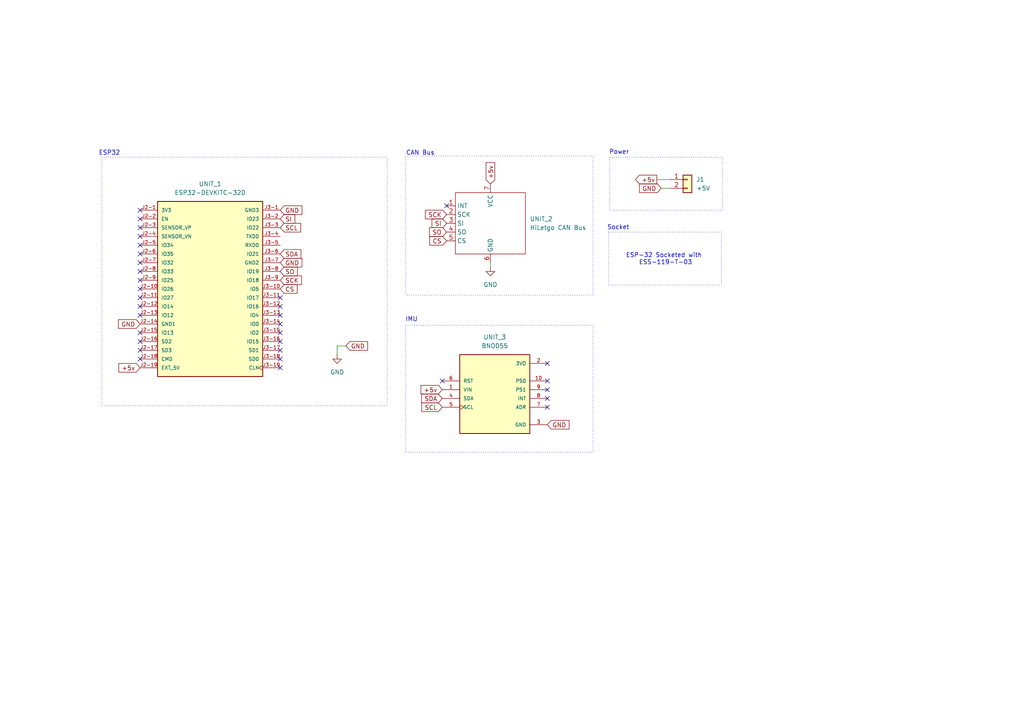
<source format=kicad_sch>
(kicad_sch (version 20231120) (generator "eeschema") (generator_version "8.0")
  (paper "A4")
  (title_block (title "ESP 32 IMU") (date "2025-01-07") (rev "2") (company "University of Arizona Baja SAE") (comment 1 "Connor Larson"))
  (lib_symbols
    (symbol "BAJA SAE:2472" (pin_names (offset 1.016))
      (property "Reference" "UNIT_" (at -10.16 13.208 0))
      (property "Value" "BNO055" (at -10.16 -12.7 0))
      (symbol "2472_0_0"
        (rectangle (start -10.16 12.7) (end 10.16 -10.16) (stroke (width 0.254)) (fill (type background)))
        (pin input line (at -15.24 2.54 0) (length 5.08) (name "VIN") (number "1"))
        (pin bidirectional line (at 15.24 5.08 180) (length 5.08) (name "PS0") (number "10"))
        (pin power_in line (at 15.24 10.16 180) (length 5.08) (name "3VO") (number "2"))
        (pin power_in line (at 15.24 -7.62 180) (length 5.08) (name "GND") (number "3"))
        (pin bidirectional line (at -15.24 0 0) (length 5.08) (name "SDA") (number "4"))
        (pin input clock (at -15.24 -2.54 0) (length 5.08) (name "SCL") (number "5"))
        (pin input line (at -15.24 5.08 0) (length 5.08) (name "RST") (number "6"))
        (pin passive line (at 15.24 -2.54 180) (length 5.08) (name "ADR") (number "7"))
        (pin output line (at 15.24 0 180) (length 5.08) (name "INT") (number "8"))
        (pin bidirectional line (at 15.24 2.54 180) (length 5.08) (name "PS1") (number "9"))
      )
    )
    (symbol "BAJA SAE:ESP32-DEVKITC-32D" (pin_names (offset 1.016))
      (property "Reference" "UNIT_" (at -15.2572 26.0643 0))
      (property "Value" "ESP32-DEVKITC-32D" (at -15.2563 -27.9698 0))
      (symbol "ESP32-DEVKITC-32D_0_0"
        (rectangle (start -15.24 25.4) (end 15.24 -25.4) (stroke (width 0.254)) (fill (type background)))
        (pin power_in line (at -20.32 22.86 0) (length 5.08) (name "3V3") (number "J2-1"))
        (pin bidirectional line (at -20.32 0 0) (length 5.08) (name "IO26") (number "J2-10"))
        (pin bidirectional line (at -20.32 -2.54 0) (length 5.08) (name "IO27") (number "J2-11"))
        (pin bidirectional line (at -20.32 -5.08 0) (length 5.08) (name "IO14") (number "J2-12"))
        (pin bidirectional line (at -20.32 -7.62 0) (length 5.08) (name "IO12") (number "J2-13"))
        (pin power_in line (at -20.32 -10.16 0) (length 5.08) (name "GND1") (number "J2-14"))
        (pin bidirectional line (at -20.32 -12.7 0) (length 5.08) (name "IO13") (number "J2-15"))
        (pin bidirectional line (at -20.32 -15.24 0) (length 5.08) (name "SD2") (number "J2-16"))
        (pin bidirectional line (at -20.32 -17.78 0) (length 5.08) (name "SD3") (number "J2-17"))
        (pin bidirectional line (at -20.32 -20.32 0) (length 5.08) (name "CMD") (number "J2-18"))
        (pin power_in line (at -20.32 -22.86 0) (length 5.08) (name "EXT_5V") (number "J2-19"))
        (pin input line (at -20.32 20.32 0) (length 5.08) (name "EN") (number "J2-2"))
        (pin input line (at -20.32 17.78 0) (length 5.08) (name "SENSOR_VP") (number "J2-3"))
        (pin input line (at -20.32 15.24 0) (length 5.08) (name "SENSOR_VN") (number "J2-4"))
        (pin bidirectional line (at -20.32 12.7 0) (length 5.08) (name "IO34") (number "J2-5"))
        (pin bidirectional line (at -20.32 10.16 0) (length 5.08) (name "IO35") (number "J2-6"))
        (pin bidirectional line (at -20.32 7.62 0) (length 5.08) (name "IO32") (number "J2-7"))
        (pin bidirectional line (at -20.32 5.08 0) (length 5.08) (name "IO33") (number "J2-8"))
        (pin bidirectional line (at -20.32 2.54 0) (length 5.08) (name "IO25") (number "J2-9"))
        (pin power_in line (at 20.32 22.86 180) (length 5.08) (name "GND3") (number "J3-1"))
        (pin bidirectional line (at 20.32 0 180) (length 5.08) (name "IO5") (number "J3-10"))
        (pin bidirectional line (at 20.32 -2.54 180) (length 5.08) (name "IO17") (number "J3-11"))
        (pin bidirectional line (at 20.32 -5.08 180) (length 5.08) (name "IO16") (number "J3-12"))
        (pin bidirectional line (at 20.32 -7.62 180) (length 5.08) (name "IO4") (number "J3-13"))
        (pin bidirectional line (at 20.32 -10.16 180) (length 5.08) (name "IO0") (number "J3-14"))
        (pin bidirectional line (at 20.32 -12.7 180) (length 5.08) (name "IO2") (number "J3-15"))
        (pin bidirectional line (at 20.32 -15.24 180) (length 5.08) (name "IO15") (number "J3-16"))
        (pin bidirectional line (at 20.32 -17.78 180) (length 5.08) (name "SD1") (number "J3-17"))
        (pin bidirectional line (at 20.32 -20.32 180) (length 5.08) (name "SD0") (number "J3-18"))
        (pin input clock (at 20.32 -22.86 180) (length 5.08) (name "CLK") (number "J3-19"))
        (pin bidirectional line (at 20.32 20.32 180) (length 5.08) (name "IO23") (number "J3-2"))
        (pin bidirectional line (at 20.32 17.78 180) (length 5.08) (name "IO22") (number "J3-3"))
        (pin output line (at 20.32 15.24 180) (length 5.08) (name "TXD0") (number "J3-4"))
        (pin input line (at 20.32 12.7 180) (length 5.08) (name "RXD0") (number "J3-5"))
        (pin bidirectional line (at 20.32 10.16 180) (length 5.08) (name "IO21") (number "J3-6"))
        (pin power_in line (at 20.32 7.62 180) (length 5.08) (name "GND2") (number "J3-7"))
        (pin bidirectional line (at 20.32 5.08 180) (length 5.08) (name "IO19") (number "J3-8"))
        (pin bidirectional line (at 20.32 2.54 180) (length 5.08) (name "IO18") (number "J3-9"))
      )
    )
    (symbol "BAJA SAE:HiLetgo_CAN_BUS"
      (property "Reference" "UNIT_" (at 0 -4.064 0))
      (property "Value" "HiLetgo CAN Bus" (at 1.016 -1.524 0))
      (symbol "HiLetgo_CAN_BUS_0_1"
        (rectangle (start -10.16 7.62) (end 10.16 -10.16))
      )
      (symbol "HiLetgo_CAN_BUS_1_1"
        (pin input line (at -12.7 3.81 0) (length 2.54) (name "INT") (number "1"))
        (pin input line (at -12.7 1.27 0) (length 2.54) (name "SCK") (number "2"))
        (pin input line (at -12.7 -1.27 0) (length 2.54) (name "SI") (number "3"))
        (pin input line (at -12.7 -3.81 0) (length 2.54) (name "SO") (number "4"))
        (pin input line (at -12.7 -6.35 0) (length 2.54) (name "CS") (number "5"))
        (pin input line (at 0 -12.7 90) (length 2.54) (name "GND") (number "6"))
        (pin input line (at 0 10.16 270) (length 2.54) (name "VCC") (number "7"))
      )
    )
    (symbol "Connector_Generic:Conn_01x02" (pin_names (offset 1.016) hide)
      (property "Reference" "J" (at 0 2.54 0))
      (property "Value" "Conn_01x02" (at 0 -5.08 0))
      (symbol "Conn_01x02_1_1"
        (rectangle (start -1.27 -2.413) (end 0 -2.667) (stroke (width 0.1524)))
        (rectangle (start -1.27 0.127) (end 0 -0.127) (stroke (width 0.1524)))
        (rectangle (start -1.27 1.27) (end 1.27 -3.81) (stroke (width 0.254)) (fill (type background)))
        (pin passive line (at -5.08 0 0) (length 3.81) (name "Pin_1") (number "1"))
        (pin passive line (at -5.08 -2.54 0) (length 3.81) (name "Pin_2") (number "2"))
      )
    )
    (symbol "power:GND" (power) (pin_numbers hide) (pin_names (offset 0) hide)
      (property "Value" "GND" (at 0 -3.81 0))
      (symbol "GND_0_1"
        (polyline (pts (xy 0 0) (xy 0 -1.27) (xy 1.27 -1.27) (xy 0 -2.54) (xy -1.27 -1.27) (xy 0 -1.27)))
      )
      (symbol "GND_1_1"
        (pin power_in line (at 0 0 270) (length 0) (name "~") (number "1"))
      )
    )
  )
  (no_connect (at 40.64 104.14))
  (no_connect (at 128.27 110.49))
  (no_connect (at 40.64 66.04))
  (no_connect (at 40.64 101.6))
  (no_connect (at 81.28 96.52))
  (no_connect (at 40.64 96.52))
  (no_connect (at 158.75 105.41))
  (no_connect (at 129.54 59.69))
  (no_connect (at 158.75 118.11))
  (no_connect (at 40.64 81.28))
  (no_connect (at 81.28 99.06))
  (no_connect (at 158.75 113.03))
  (no_connect (at 81.28 93.98))
  (no_connect (at 40.64 91.44))
  (no_connect (at 40.64 63.5))
  (no_connect (at 40.64 73.66))
  (no_connect (at 40.64 76.2))
  (no_connect (at 40.64 78.74))
  (no_connect (at 81.28 101.6))
  (no_connect (at 40.64 71.12))
  (no_connect (at 81.28 104.14))
  (no_connect (at 40.64 83.82))
  (no_connect (at 81.28 88.9))
  (no_connect (at 158.75 115.57))
  (no_connect (at 81.28 106.68))
  (no_connect (at 81.28 91.44))
  (no_connect (at 81.28 86.36))
  (no_connect (at 40.64 68.58))
  (no_connect (at 40.64 99.06))
  (no_connect (at 158.75 110.49))
  (no_connect (at 40.64 88.9))
  (no_connect (at 40.64 86.36))
  (no_connect (at 40.64 60.96))
  (wire (pts (xy 100.33 100.33) (xy 97.79 100.33)))
  (wire (pts (xy 191.77 54.61) (xy 194.31 54.61)))
  (wire (pts (xy 97.79 100.33) (xy 97.79 102.87)))
  (wire (pts (xy 190.5 52.07) (xy 194.31 52.07)))
  (wire (pts (xy 142.24 76.2) (xy 142.24 77.47)))
  (rectangle (start 117.6708 94.326) (end 171.9804 131.1676) (stroke (width 0) (type dot)))
  (rectangle (start 176.86 45.6084) (end 209.55 60.96) (stroke (width 0) (type dot)))
  (rectangle (start 29.5372 45.5776) (end 112.272 117.6728) (stroke (width 0) (type dot)))
  (rectangle (start 176.53 67.31) (end 209.22 82.6616) (stroke (width 0) (type dot)))
  (rectangle (start 117.6708 45.258) (end 171.9804 85.5932) (stroke (width 0) (type dot)))
  (text "IMU" (at 119.38 92.71 0) (effects (font (size 1.27 1.27))))
  (text "Socket" (at 179.324 66.04 0) (effects (font (size 1.27 1.27))))
  (text "Power" (at 179.578 44.196 0) (effects (font (size 1.27 1.27))))
  (text "ESP32" (at 31.75 44.45 0) (effects (font (size 1.27 1.27))))
  (text "ESP-32 Socketed with \nESS-119-T-03" (at 193.04 75.184 0) (effects (font (size 1.27 1.27))))
  (text "CAN Bus" (at 121.92 44.45 0) (effects (font (size 1.27 1.27))))
  (global_label "+5v" (shape input) (at 142.24 53.34 90) (property "Intersheetrefs" "${INTERSHEET_REFS}" (effects (hide yes))))
  (global_label "SCL" (shape input) (at 128.27 118.11 180) (property "Intersheetrefs" "${INTERSHEET_REFS}" (effects (hide yes))))
  (global_label "SCK" (shape input) (at 81.28 81.28 0) (property "Intersheetrefs" "${INTERSHEET_REFS}" (effects (hide yes))))
  (global_label "SO" (shape input) (at 81.28 78.74 0) (property "Intersheetrefs" "${INTERSHEET_REFS}" (effects (hide yes))))
  (global_label "+5v" (shape output) (at 190.5 52.07 180) (property "Intersheetrefs" "${INTERSHEET_REFS}" (effects (hide yes))))
  (global_label "SDA" (shape input) (at 81.28 73.66 0) (property "Intersheetrefs" "${INTERSHEET_REFS}" (effects (hide yes))))
  (global_label "+5v" (shape input) (at 40.64 106.68 180) (property "Intersheetrefs" "${INTERSHEET_REFS}" (effects (hide yes))))
  (global_label "SCL" (shape input) (at 81.28 66.04 0) (property "Intersheetrefs" "${INTERSHEET_REFS}" (effects (hide yes))))
  (global_label "GND" (shape input) (at 100.33 100.33 0) (property "Intersheetrefs" "${INTERSHEET_REFS}" (effects (hide yes))))
  (global_label "GND" (shape input) (at 158.75 123.19 0) (property "Intersheetrefs" "${INTERSHEET_REFS}" (effects (hide yes))))
  (global_label "SCK" (shape input) (at 129.54 62.23 180) (property "Intersheetrefs" "${INTERSHEET_REFS}" (effects (hide yes))))
  (global_label "GND" (shape input) (at 81.28 76.2 0) (property "Intersheetrefs" "${INTERSHEET_REFS}" (effects (hide yes))))
  (global_label "GND" (shape input) (at 40.64 93.98 180) (property "Intersheetrefs" "${INTERSHEET_REFS}" (effects (hide yes))))
  (global_label "CS" (shape input) (at 129.54 69.85 180) (property "Intersheetrefs" "${INTERSHEET_REFS}" (effects (hide yes))))
  (global_label "GND" (shape input) (at 81.28 60.96 0) (property "Intersheetrefs" "${INTERSHEET_REFS}" (effects (hide yes))))
  (global_label "GND" (shape input) (at 191.77 54.61 180) (property "Intersheetrefs" "${INTERSHEET_REFS}" (effects (hide yes))))
  (global_label "SI" (shape input) (at 81.28 63.5 0) (property "Intersheetrefs" "${INTERSHEET_REFS}" (effects (hide yes))))
  (global_label "+5v" (shape input) (at 128.27 113.03 180) (property "Intersheetrefs" "${INTERSHEET_REFS}" (effects (hide yes))))
  (global_label "SI" (shape input) (at 129.54 64.77 180) (property "Intersheetrefs" "${INTERSHEET_REFS}" (effects (hide yes))))
  (global_label "SDA" (shape input) (at 128.27 115.57 180) (property "Intersheetrefs" "${INTERSHEET_REFS}" (effects (hide yes))))
  (global_label "SO" (shape input) (at 129.54 67.31 180) (property "Intersheetrefs" "${INTERSHEET_REFS}" (effects (hide yes))))
  (global_label "CS" (shape input) (at 81.28 83.82 0) (property "Intersheetrefs" "${INTERSHEET_REFS}" (effects (hide yes))))
  (symbol (lib_id "Connector_Generic:Conn_01x02") (at 199.39 52.07 0) (unit 1)
    (property "Reference" "J1" (at 201.93 52.0699 0) (effects (justify left)))
    (property "Value" "+5V" (at 201.93 54.6099 0) (effects (justify left)))
    (property "Footprint" "Connector_PinHeader_1.00mm:PinHeader_1x02_P1.00mm_Vertical" (effects (hide yes)))
    (property "Description" "Generic connector, single row, 01x02, script generated (kicad-library-utils/schlib/autogen/connector/)" (effects (hide yes)))
  )
  (symbol (lib_id "power:GND") (at 97.79 102.87 0) (unit 1)
    (property "Reference" "#PWR01" (effects (hide yes)))
    (property "Value" "GND" (at 97.79 107.95 0))
    (property "Description" "Power symbol creates a global label with name \"GND\" , ground" (effects (hide yes)))
  )
  (symbol (lib_id "BAJA SAE:ESP32-DEVKITC-32D") (at 60.96 83.82 0) (unit 1)
    (property "Reference" "UNIT_1" (at 60.96 53.34 0))
    (property "Value" "ESP32-DEVKITC-32D" (at 60.96 55.88 0))
    (property "Footprint" "BAJA SAE:MODULE_ESP32-DEVKITC-32D" (effects (hide yes)))
    (property "PARTREV" "V4" (effects (hide yes)))
    (property "MP" "ESP32-DEVKITC-32D" (effects (hide yes)))
  )
  (symbol (lib_id "BAJA SAE:HiLetgo_CAN_BUS") (at 142.24 63.5 0) (unit 1)
    (property "Reference" "UNIT_2" (at 153.67 63.4999 0) (effects (justify left)))
    (property "Value" "HiLetgo CAN Bus" (at 153.67 66.0399 0) (effects (justify left)))
    (property "Footprint" "BAJA SAE:HiLetgo CAN Bus" (effects (hide yes)))
  )
  (symbol (lib_id "power:GND") (at 142.24 77.47 0) (unit 1)
    (property "Reference" "#PWR07" (effects (hide yes)))
    (property "Value" "GND" (at 142.24 82.55 0))
    (property "Description" "Power symbol creates a global label with name \"GND\" , ground" (effects (hide yes)))
  )
  (symbol (lib_id "BAJA SAE:2472") (at 143.51 115.57 0) (unit 1)
    (property "Reference" "UNIT_3" (at 143.51 97.79 0))
    (property "Value" "BNO055" (at 143.51 100.33 0))
    (property "Footprint" "BAJA SAE:MODULE_2472" (effects (hide yes)))
  )
)
</source>
